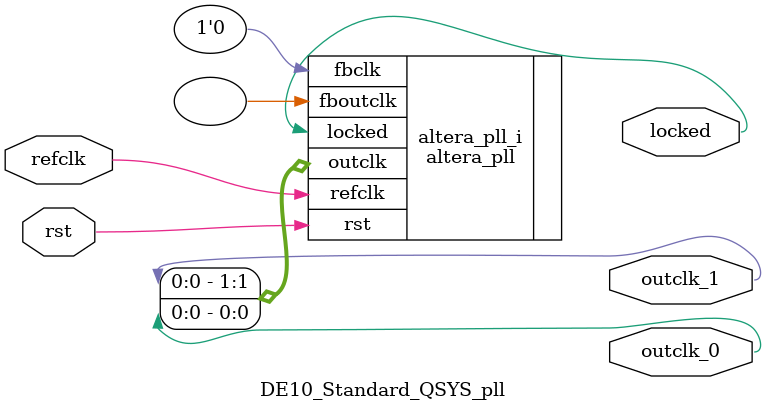
<source format=v>
`timescale 1ns/10ps
module  DE10_Standard_QSYS_pll(

	// interface 'refclk'
	input wire refclk,

	// interface 'reset'
	input wire rst,

	// interface 'outclk0'
	output wire outclk_0,

	// interface 'outclk1'
	output wire outclk_1,

	// interface 'locked'
	output wire locked
);

	altera_pll #(
		.fractional_vco_multiplier("false"),
		.reference_clock_frequency("50.0 MHz"),
		.operation_mode("normal"),
		.number_of_clocks(2),
		.output_clock_frequency0("100.000000 MHz"),
		.phase_shift0("0 ps"),
		.duty_cycle0(50),
		.output_clock_frequency1("100.000000 MHz"),
		.phase_shift1("-3750 ps"),
		.duty_cycle1(50),
		.output_clock_frequency2("0 MHz"),
		.phase_shift2("0 ps"),
		.duty_cycle2(50),
		.output_clock_frequency3("0 MHz"),
		.phase_shift3("0 ps"),
		.duty_cycle3(50),
		.output_clock_frequency4("0 MHz"),
		.phase_shift4("0 ps"),
		.duty_cycle4(50),
		.output_clock_frequency5("0 MHz"),
		.phase_shift5("0 ps"),
		.duty_cycle5(50),
		.output_clock_frequency6("0 MHz"),
		.phase_shift6("0 ps"),
		.duty_cycle6(50),
		.output_clock_frequency7("0 MHz"),
		.phase_shift7("0 ps"),
		.duty_cycle7(50),
		.output_clock_frequency8("0 MHz"),
		.phase_shift8("0 ps"),
		.duty_cycle8(50),
		.output_clock_frequency9("0 MHz"),
		.phase_shift9("0 ps"),
		.duty_cycle9(50),
		.output_clock_frequency10("0 MHz"),
		.phase_shift10("0 ps"),
		.duty_cycle10(50),
		.output_clock_frequency11("0 MHz"),
		.phase_shift11("0 ps"),
		.duty_cycle11(50),
		.output_clock_frequency12("0 MHz"),
		.phase_shift12("0 ps"),
		.duty_cycle12(50),
		.output_clock_frequency13("0 MHz"),
		.phase_shift13("0 ps"),
		.duty_cycle13(50),
		.output_clock_frequency14("0 MHz"),
		.phase_shift14("0 ps"),
		.duty_cycle14(50),
		.output_clock_frequency15("0 MHz"),
		.phase_shift15("0 ps"),
		.duty_cycle15(50),
		.output_clock_frequency16("0 MHz"),
		.phase_shift16("0 ps"),
		.duty_cycle16(50),
		.output_clock_frequency17("0 MHz"),
		.phase_shift17("0 ps"),
		.duty_cycle17(50),
		.pll_type("General"),
		.pll_subtype("General")
	) altera_pll_i (
		.rst	(rst),
		.outclk	({outclk_1, outclk_0}),
		.locked	(locked),
		.fboutclk	( ),
		.fbclk	(1'b0),
		.refclk	(refclk)
	);
endmodule


</source>
